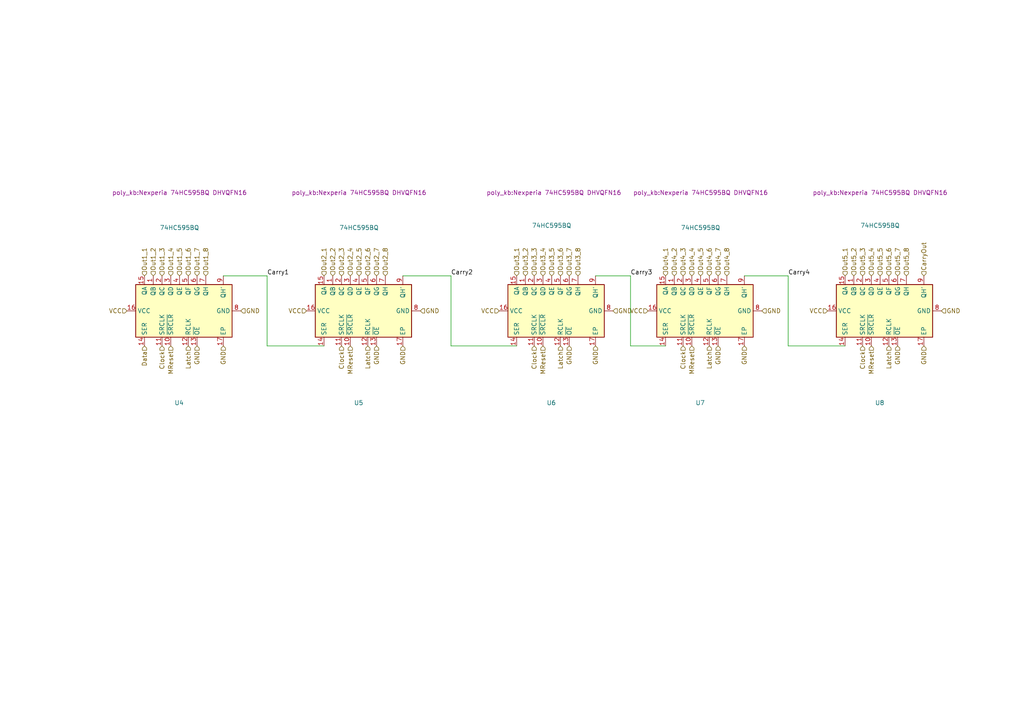
<source format=kicad_sch>
(kicad_sch (version 20230121) (generator eeschema)
  (paper "A4")
  (title_block (date "2023-03-09"))
  (lib_symbols
    (symbol "poly_kb:74HCT595BQ"
      (property "Reference" "U8" (at 1.27 -26.67 90))
      (property "Value" "74HC595BQ" (at 13.335 24.13 90))
      (property "Footprint" "Nexperia595:74HC595BQ-Q100_115" (at -0.635 -22.225 90))
      (symbol "74HCT595BQ_1_0"
        (pin tri_state line (at 10.16 7.62 180) (length 2.54) (name "QB") (number "1"))
        (pin input line (at -10.16 2.54 0) (length 2.54) (name "~{SRCLR}") (number "10"))
        (pin input line (at -10.16 5.08 0) (length 2.54) (name "SRCLK") (number "11"))
        (pin input line (at -10.16 -2.54 0) (length 2.54) (name "RCLK") (number "12"))
        (pin input line (at -10.16 -5.08 0) (length 2.54) (name "~{OE}") (number "13"))
        (pin input line (at -10.16 10.16 0) (length 2.54) (name "SER") (number "14"))
        (pin tri_state line (at 10.16 10.16 180) (length 2.54) (name "QA") (number "15"))
        (pin power_in line (at 0 15.24 270) (length 2.54) (name "VCC") (number "16"))
        (pin passive line (at -10.16 -12.7 0) (length 2.54) (name "EP") (number "17"))
        (pin tri_state line (at 10.16 5.08 180) (length 2.54) (name "QC") (number "2"))
        (pin tri_state line (at 10.16 2.54 180) (length 2.54) (name "QD") (number "3"))
        (pin tri_state line (at 10.16 0 180) (length 2.54) (name "QE") (number "4"))
        (pin tri_state line (at 10.16 -2.54 180) (length 2.54) (name "QF") (number "5"))
        (pin tri_state line (at 10.16 -5.08 180) (length 2.54) (name "QG") (number "6"))
        (pin tri_state line (at 10.16 -7.62 180) (length 2.54) (name "QH") (number "7"))
        (pin power_in line (at 0 -17.78 90) (length 2.54) (name "GND") (number "8"))
        (pin output line (at 10.16 -12.7 180) (length 2.54) (name "QH'") (number "9"))
      )
      (symbol "74HCT595BQ_1_1"
        (rectangle (start -7.62 12.7) (end 7.62 -15.24) (stroke (width 0.254)) (fill (type background)))
      )
    )
  )
  (wire (pts (xy 130.81 80.01) (xy 130.81 100.33)))
  (wire (pts (xy 215.9 80.01) (xy 228.6 80.01)))
  (wire (pts (xy 228.6 80.01) (xy 228.6 100.33)))
  (wire (pts (xy 182.88 100.33) (xy 193.04 100.33)))
  (wire (pts (xy 116.84 80.01) (xy 130.81 80.01)))
  (wire (pts (xy 172.72 80.01) (xy 182.88 80.01)))
  (wire (pts (xy 228.6 100.33) (xy 245.11 100.33)))
  (wire (pts (xy 77.47 80.01) (xy 77.47 100.33)))
  (wire (pts (xy 64.77 80.01) (xy 77.47 80.01)))
  (wire (pts (xy 149.86 100.33) (xy 130.81 100.33)))
  (wire (pts (xy 77.47 100.33) (xy 93.98 100.33)))
  (wire (pts (xy 182.88 80.01) (xy 182.88 100.33)))
  (label "Carry3" (at 182.88 80.01 0))
  (label "Carry2" (at 130.81 80.01 0))
  (label "Carry1" (at 77.47 80.01 0))
  (label "Carry4" (at 228.6 80.01 0))
  (hierarchical_label "Out5_5" (shape input) (at 255.27 80.01 90))
  (hierarchical_label "Out5_1" (shape input) (at 245.11 80.01 90))
  (hierarchical_label "Out3_7" (shape input) (at 165.1 80.01 90))
  (hierarchical_label "CarryOut" (shape input) (at 267.97 80.01 90))
  (hierarchical_label "VCC" (shape input) (at 36.83 90.17 180))
  (hierarchical_label "GND" (shape input) (at 121.92 90.17 0))
  (hierarchical_label "GND" (shape input) (at 116.84 100.33 270))
  (hierarchical_label "Out4_1" (shape input) (at 193.04 80.01 90))
  (hierarchical_label "Out5_6" (shape input) (at 257.81 80.01 90))
  (hierarchical_label "GND" (shape input) (at 69.85 90.17 0))
  (hierarchical_label "Out5_3" (shape input) (at 250.19 80.01 90))
  (hierarchical_label "Out1_5" (shape input) (at 52.07 80.01 90))
  (hierarchical_label "GND" (shape input) (at 177.8 90.17 0))
  (hierarchical_label "MReset" (shape input) (at 157.48 100.33 270))
  (hierarchical_label "Clock" (shape input) (at 250.19 100.33 270))
  (hierarchical_label "GND" (shape input) (at 215.9 100.33 270))
  (hierarchical_label "Out2_6" (shape input) (at 106.68 80.01 90))
  (hierarchical_label "Out2_2" (shape input) (at 96.52 80.01 90))
  (hierarchical_label "Latch" (shape input) (at 162.56 100.33 270))
  (hierarchical_label "Out1_6" (shape input) (at 54.61 80.01 90))
  (hierarchical_label "Out3_4" (shape input) (at 157.48 80.01 90))
  (hierarchical_label "Out2_7" (shape input) (at 109.22 80.01 90))
  (hierarchical_label "GND" (shape input) (at 165.1 100.33 270))
  (hierarchical_label "VCC" (shape input) (at 187.96 90.17 180))
  (hierarchical_label "Out1_3" (shape input) (at 46.99 80.01 90))
  (hierarchical_label "Out3_8" (shape input) (at 167.64 80.01 90))
  (hierarchical_label "GND" (shape input) (at 208.28 100.33 270))
  (hierarchical_label "Out2_1" (shape input) (at 93.98 80.01 90))
  (hierarchical_label "Out4_2" (shape input) (at 195.58 80.01 90))
  (hierarchical_label "GND" (shape input) (at 220.98 90.17 0))
  (hierarchical_label "MReset" (shape input) (at 200.66 100.33 270))
  (hierarchical_label "Clock" (shape input) (at 99.06 100.33 270))
  (hierarchical_label "MReset" (shape input) (at 49.53 100.33 270))
  (hierarchical_label "Out5_2" (shape input) (at 247.65 80.01 90))
  (hierarchical_label "Out4_5" (shape input) (at 203.2 80.01 90))
  (hierarchical_label "Out4_8" (shape input) (at 210.82 80.01 90))
  (hierarchical_label "Data" (shape input) (at 41.91 100.33 270))
  (hierarchical_label "VCC" (shape input) (at 144.78 90.17 180))
  (hierarchical_label "Out1_2" (shape input) (at 44.45 80.01 90))
  (hierarchical_label "Out4_7" (shape input) (at 208.28 80.01 90))
  (hierarchical_label "Out3_5" (shape input) (at 160.02 80.01 90))
  (hierarchical_label "Out2_8" (shape input) (at 111.76 80.01 90))
  (hierarchical_label "Out4_6" (shape input) (at 205.74 80.01 90))
  (hierarchical_label "MReset" (shape input) (at 252.73 100.33 270))
  (hierarchical_label "GND" (shape input) (at 267.97 100.33 270))
  (hierarchical_label "Out3_6" (shape input) (at 162.56 80.01 90))
  (hierarchical_label "Out5_8" (shape input) (at 262.89 80.01 90))
  (hierarchical_label "Out5_7" (shape input) (at 260.35 80.01 90))
  (hierarchical_label "Latch" (shape input) (at 205.74 100.33 270))
  (hierarchical_label "Out4_4" (shape input) (at 200.66 80.01 90))
  (hierarchical_label "GND" (shape input) (at 273.05 90.17 0))
  (hierarchical_label "Clock" (shape input) (at 198.12 100.33 270))
  (hierarchical_label "GND" (shape input) (at 260.35 100.33 270))
  (hierarchical_label "Out4_3" (shape input) (at 198.12 80.01 90))
  (hierarchical_label "VCC" (shape input) (at 240.03 90.17 180))
  (hierarchical_label "Clock" (shape input) (at 46.99 100.33 270))
  (hierarchical_label "Out5_4" (shape input) (at 252.73 80.01 90))
  (hierarchical_label "Latch" (shape input) (at 257.81 100.33 270))
  (hierarchical_label "Out1_1" (shape input) (at 41.91 80.01 90))
  (hierarchical_label "Out2_3" (shape input) (at 99.06 80.01 90))
  (hierarchical_label "Out2_5" (shape input) (at 104.14 80.01 90))
  (hierarchical_label "Latch" (shape input) (at 54.61 100.33 270))
  (hierarchical_label "Out2_4" (shape input) (at 101.6 80.01 90))
  (hierarchical_label "Out1_8" (shape input) (at 59.69 80.01 90))
  (hierarchical_label "GND" (shape input) (at 172.72 100.33 270))
  (hierarchical_label "Latch" (shape input) (at 106.68 100.33 270))
  (hierarchical_label "GND" (shape input) (at 109.22 100.33 270))
  (hierarchical_label "Out1_7" (shape input) (at 57.15 80.01 90))
  (hierarchical_label "Out1_4" (shape input) (at 49.53 80.01 90))
  (hierarchical_label "Out3_1" (shape input) (at 149.86 80.01 90))
  (hierarchical_label "GND" (shape input) (at 64.77 100.33 270))
  (hierarchical_label "MReset" (shape input) (at 101.6 100.33 270))
  (hierarchical_label "GND" (shape input) (at 57.15 100.33 270))
  (hierarchical_label "Out3_3" (shape input) (at 154.94 80.01 90))
  (hierarchical_label "Clock" (shape input) (at 154.94 100.33 270))
  (hierarchical_label "VCC" (shape input) (at 88.9 90.17 180))
  (hierarchical_label "Out3_2" (shape input) (at 152.4 80.01 90))
  (symbol (lib_id "poly_kb:74HCT595BQ") (at 203.2 90.17 90) (unit 1)
    (property "Reference" "U7" (at 204.47 116.84 90) (effects (justify left)))
    (property "Value" "74HC595BQ" (at 208.915 66.04 90) (effects (justify left)))
    (property "Footprint" "poly_kb:Nexperia 74HC595BQ DHVQFN16" (at 203.2 55.88 90))
    (property "Datasheet" "https://rocelec.widen.net/view/pdf/umsr6rbkih/PHGL-S-A0000283114-1.pdf?t.download=true&u=5oefqw" (effects hide))
    (property "MPN" "C3303719" (effects hide))
  )
  (symbol (lib_id "poly_kb:74HCT595BQ") (at 52.07 90.17 90) (unit 1)
    (property "Reference" "U4" (at 53.34 116.84 90) (effects (justify left)))
    (property "Value" "74HC595BQ" (at 57.785 66.04 90) (effects (justify left)))
    (property "Footprint" "poly_kb:Nexperia 74HC595BQ DHVQFN16" (at 52.07 55.88 90))
    (property "Datasheet" "https://rocelec.widen.net/view/pdf/umsr6rbkih/PHGL-S-A0000283114-1.pdf?t.download=true&u=5oefqw" (effects hide))
    (property "MPN" "C3303719" (effects hide))
  )
  (symbol (lib_id "poly_kb:74HCT595BQ") (at 255.27 90.17 90) (unit 1)
    (property "Reference" "U8" (at 256.54 116.84 90) (effects (justify left)))
    (property "Value" "74HC595BQ" (at 260.985 65.405 90) (effects (justify left)))
    (property "Footprint" "poly_kb:Nexperia 74HC595BQ DHVQFN16" (at 255.27 55.88 90))
    (property "Datasheet" "https://rocelec.widen.net/view/pdf/umsr6rbkih/PHGL-S-A0000283114-1.pdf?t.download=true&u=5oefqw" (effects hide))
    (property "MPN" "C3303719" (effects hide))
  )
  (symbol (lib_id "poly_kb:74HCT595BQ") (at 160.02 90.17 90) (unit 1)
    (property "Reference" "U6" (at 161.29 116.84 90) (effects (justify left)))
    (property "Value" "74HC595BQ" (at 165.735 65.405 90) (effects (justify left)))
    (property "Footprint" "poly_kb:Nexperia 74HC595BQ DHVQFN16" (at 160.655 55.88 90))
    (property "Datasheet" "https://rocelec.widen.net/view/pdf/umsr6rbkih/PHGL-S-A0000283114-1.pdf?t.download=true&u=5oefqw" (effects hide))
    (property "MPN" "C3303719" (effects hide))
  )
  (symbol (lib_id "poly_kb:74HCT595BQ") (at 104.14 90.17 90) (unit 1)
    (property "Reference" "U5" (at 105.41 116.84 90) (effects (justify left)))
    (property "Value" "74HC595BQ" (at 109.855 66.04 90) (effects (justify left)))
    (property "Footprint" "poly_kb:Nexperia 74HC595BQ DHVQFN16" (at 104.14 55.88 90))
    (property "Datasheet" "https://rocelec.widen.net/view/pdf/umsr6rbkih/PHGL-S-A0000283114-1.pdf?t.download=true&u=5oefqw" (effects hide))
    (property "MPN" "C3303719" (effects hide))
  )
)
</source>
